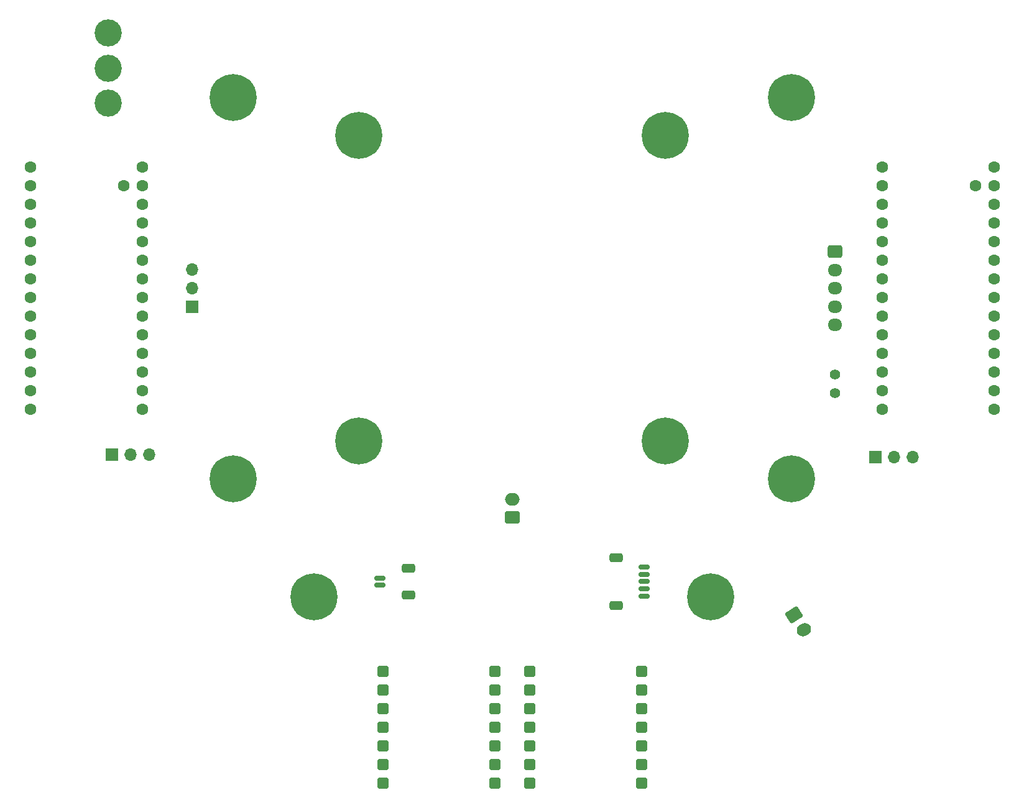
<source format=gbs>
%TF.GenerationSoftware,KiCad,Pcbnew,7.0.9*%
%TF.CreationDate,2023-12-19T12:29:39+08:00*%
%TF.ProjectId,layer3,6c617965-7233-42e6-9b69-6361645f7063,rev?*%
%TF.SameCoordinates,Original*%
%TF.FileFunction,Soldermask,Bot*%
%TF.FilePolarity,Negative*%
%FSLAX46Y46*%
G04 Gerber Fmt 4.6, Leading zero omitted, Abs format (unit mm)*
G04 Created by KiCad (PCBNEW 7.0.9) date 2023-12-19 12:29:39*
%MOMM*%
%LPD*%
G01*
G04 APERTURE LIST*
G04 Aperture macros list*
%AMRoundRect*
0 Rectangle with rounded corners*
0 $1 Rounding radius*
0 $2 $3 $4 $5 $6 $7 $8 $9 X,Y pos of 4 corners*
0 Add a 4 corners polygon primitive as box body*
4,1,4,$2,$3,$4,$5,$6,$7,$8,$9,$2,$3,0*
0 Add four circle primitives for the rounded corners*
1,1,$1+$1,$2,$3*
1,1,$1+$1,$4,$5*
1,1,$1+$1,$6,$7*
1,1,$1+$1,$8,$9*
0 Add four rect primitives between the rounded corners*
20,1,$1+$1,$2,$3,$4,$5,0*
20,1,$1+$1,$4,$5,$6,$7,0*
20,1,$1+$1,$6,$7,$8,$9,0*
20,1,$1+$1,$8,$9,$2,$3,0*%
%AMHorizOval*
0 Thick line with rounded ends*
0 $1 width*
0 $2 $3 position (X,Y) of the first rounded end (center of the circle)*
0 $4 $5 position (X,Y) of the second rounded end (center of the circle)*
0 Add line between two ends*
20,1,$1,$2,$3,$4,$5,0*
0 Add two circle primitives to create the rounded ends*
1,1,$1,$2,$3*
1,1,$1,$4,$5*%
G04 Aperture macros list end*
%ADD10RoundRect,0.150000X-0.600000X-0.600000X0.600000X-0.600000X0.600000X0.600000X-0.600000X0.600000X0*%
%ADD11RoundRect,0.150000X0.600000X0.600000X-0.600000X0.600000X-0.600000X-0.600000X0.600000X-0.600000X0*%
%ADD12R,1.700000X1.700000*%
%ADD13O,1.700000X1.700000*%
%ADD14C,6.400000*%
%ADD15C,3.703200*%
%ADD16C,1.600000*%
%ADD17RoundRect,0.250000X-0.955277X0.099726X-0.306989X-0.910087X0.955277X-0.099726X0.306989X0.910087X0*%
%ADD18HorizOval,1.700000X-0.126227X-0.081036X0.126227X0.081036X0*%
%ADD19RoundRect,0.250000X-0.725000X0.600000X-0.725000X-0.600000X0.725000X-0.600000X0.725000X0.600000X0*%
%ADD20O,1.950000X1.700000*%
%ADD21C,1.400000*%
%ADD22RoundRect,0.150000X0.625000X-0.150000X0.625000X0.150000X-0.625000X0.150000X-0.625000X-0.150000X0*%
%ADD23RoundRect,0.250000X0.650000X-0.350000X0.650000X0.350000X-0.650000X0.350000X-0.650000X-0.350000X0*%
%ADD24RoundRect,0.150000X-0.625000X0.150000X-0.625000X-0.150000X0.625000X-0.150000X0.625000X0.150000X0*%
%ADD25RoundRect,0.250000X-0.650000X0.350000X-0.650000X-0.350000X0.650000X-0.350000X0.650000X0.350000X0*%
%ADD26RoundRect,0.250000X0.750000X-0.600000X0.750000X0.600000X-0.750000X0.600000X-0.750000X-0.600000X0*%
%ADD27O,2.000000X1.700000*%
G04 APERTURE END LIST*
D10*
%TO.C,U4*%
X122620000Y-172490000D03*
X122620000Y-169950000D03*
X122620000Y-167410000D03*
X122620000Y-164870000D03*
X122620000Y-162330000D03*
X122620000Y-159790000D03*
X122620000Y-157250000D03*
D11*
X107380000Y-157250000D03*
X107380000Y-159790000D03*
X107380000Y-162330000D03*
X107380000Y-164870000D03*
X107380000Y-167410000D03*
X107380000Y-169950000D03*
X107380000Y-172490000D03*
%TD*%
D12*
%TO.C,DRIBBLERJ1*%
X61400000Y-107525000D03*
D13*
X61400000Y-104985000D03*
X61400000Y-102445000D03*
%TD*%
D14*
%TO.C,H9*%
X77987984Y-147075539D03*
%TD*%
%TO.C,H3*%
X84140350Y-84140350D03*
%TD*%
D10*
%TO.C,U3*%
X102620000Y-172490000D03*
X102620000Y-169950000D03*
X102620000Y-167410000D03*
X102620000Y-164870000D03*
X102620000Y-162330000D03*
X102620000Y-159790000D03*
X102620000Y-157250000D03*
D11*
X87380000Y-157250000D03*
X87380000Y-159790000D03*
X87380000Y-162330000D03*
X87380000Y-164870000D03*
X87380000Y-167410000D03*
X87380000Y-169950000D03*
X87380000Y-172490000D03*
%TD*%
D14*
%TO.C,H7*%
X67000000Y-131000000D03*
%TD*%
%TO.C,H6*%
X125859650Y-125859650D03*
%TD*%
%TO.C,H8*%
X143000000Y-131000000D03*
%TD*%
%TO.C,H4*%
X125859650Y-84140350D03*
%TD*%
%TO.C,H5*%
X84140350Y-125859650D03*
%TD*%
D15*
%TO.C,SW1*%
X50000000Y-70200000D03*
X50000000Y-75000000D03*
X50000000Y-79800000D03*
%TD*%
D16*
%TO.C,U2*%
X155380000Y-91030000D03*
X155380000Y-93570000D03*
X155380000Y-96110000D03*
X155380000Y-98650000D03*
X170620000Y-93570000D03*
X155380000Y-101190000D03*
X155380000Y-103730000D03*
X155380000Y-106270000D03*
X155380000Y-108810000D03*
X155380000Y-111350000D03*
X155380000Y-113890000D03*
X155380000Y-116430000D03*
X155380000Y-118970000D03*
X155380000Y-121510000D03*
X170620000Y-121510000D03*
X170620000Y-118970000D03*
X170620000Y-116430000D03*
X170620000Y-113890000D03*
X170620000Y-111350000D03*
X170620000Y-108810000D03*
X170620000Y-106270000D03*
X170620000Y-103730000D03*
X170620000Y-101190000D03*
X170620000Y-98650000D03*
X170620000Y-96110000D03*
X155380000Y-88490000D03*
X170620000Y-91030000D03*
X170620000Y-88490000D03*
X168080000Y-91030000D03*
%TD*%
D12*
%TO.C,BUCK1*%
X50475000Y-127710000D03*
D13*
X53015000Y-127710000D03*
X55555000Y-127710000D03*
%TD*%
D12*
%TO.C,BUCK2*%
X154460000Y-128000000D03*
D13*
X157000000Y-128000000D03*
X159540000Y-128000000D03*
%TD*%
D14*
%TO.C,H10*%
X132012016Y-147075539D03*
%TD*%
%TO.C,H1*%
X67000000Y-79000000D03*
%TD*%
D17*
%TO.C,J12*%
X143414402Y-149490658D03*
D18*
X144765003Y-151594435D03*
%TD*%
D19*
%TO.C,J5*%
X149000000Y-100000000D03*
D20*
X149000000Y-102500000D03*
X149000000Y-105000000D03*
X149000000Y-107500000D03*
X149000000Y-110000000D03*
%TD*%
D21*
%TO.C,TP1*%
X149000000Y-116750000D03*
X149000000Y-119290000D03*
%TD*%
D14*
%TO.C,H2*%
X143000000Y-79000000D03*
%TD*%
D16*
%TO.C,U1*%
X39380000Y-91030000D03*
X39380000Y-93570000D03*
X39380000Y-96110000D03*
X39380000Y-98650000D03*
X54620000Y-93570000D03*
X39380000Y-101190000D03*
X39380000Y-103730000D03*
X39380000Y-106270000D03*
X39380000Y-108810000D03*
X39380000Y-111350000D03*
X39380000Y-113890000D03*
X39380000Y-116430000D03*
X39380000Y-118970000D03*
X39380000Y-121510000D03*
X54620000Y-121510000D03*
X54620000Y-118970000D03*
X54620000Y-116430000D03*
X54620000Y-113890000D03*
X54620000Y-111350000D03*
X54620000Y-108810000D03*
X54620000Y-106270000D03*
X54620000Y-103730000D03*
X54620000Y-101190000D03*
X54620000Y-98650000D03*
X54620000Y-96110000D03*
X39380000Y-88490000D03*
X54620000Y-91030000D03*
X54620000Y-88490000D03*
X52080000Y-91030000D03*
%TD*%
D22*
%TO.C,J11*%
X123000000Y-147000000D03*
X123000000Y-146000000D03*
X123000000Y-145000000D03*
X123000000Y-144000000D03*
X123000000Y-143000000D03*
D23*
X119125000Y-148300000D03*
X119125000Y-141700000D03*
%TD*%
D24*
%TO.C,J10*%
X87000000Y-144500000D03*
X87000000Y-145500000D03*
D25*
X90875000Y-143200000D03*
X90875000Y-146800000D03*
%TD*%
D26*
%TO.C,J9*%
X105000000Y-136250000D03*
D27*
X105000000Y-133750000D03*
%TD*%
M02*

</source>
